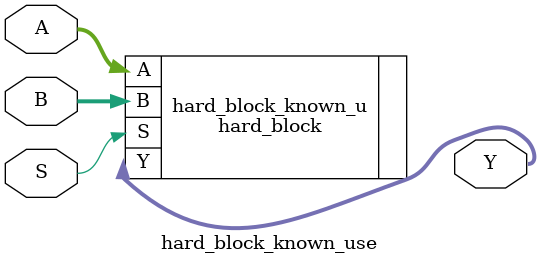
<source format=v>
module hard_block_known_use(A, B, S, Y);

  parameter WIDTH = 4;

  input [WIDTH-1:0] A, B;
  input S;

  output [WIDTH-1:0] Y;
  
  hard_block hard_block_known_u(.A(A), .B(B), .S(S), .Y(Y));

endmodule

</source>
